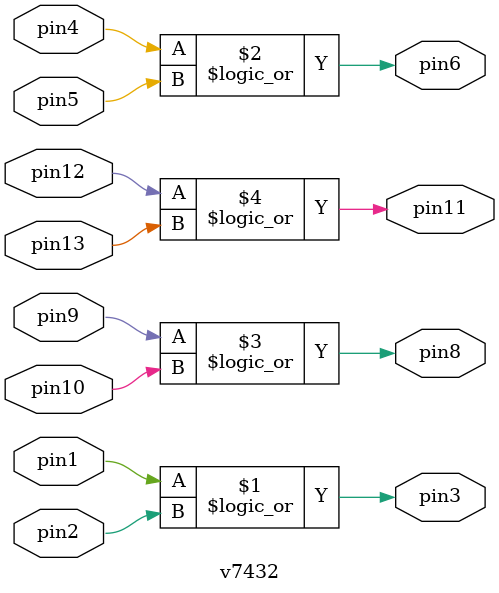
<source format=v>
module part2(SW,LEDR);
	input[9:0]SW;
	output[9:0]LEDR;
	wire x,x1,y,y1,s,s1,f;
	assign x = SW[0];
	assign y = SW[1];
	assign s = SW[9];
	assign LEDR[0] = f;
	v7404 u0(.pin1(s),.pin2(s1));
	v7408 u1(.pin1(x),.pin2(s1),.pin3(x1),.pin4(y),.pin5(s),.pin6(y1));
	v7432 u2(.pin1(x1),.pin2(y1),.pin3(f));
endmodule

module v7404(input pin1, pin3, pin5, pin9, pin11, pin13,
output pin2, pin4, pin6, pin8, pin10, pin12);

	assign pin2 = ~pin1;
	assign pin4 = ~pin3;
	assign pin6 = ~pin5;
	assign pin8 = ~pin9;
	assign pin10 = ~pin11;
	assign pin12 = ~pin13;
	
endmodule

module v7408(input pin1, pin2, pin4, pin5, pin9, pin10, pin12, pin13,
output pin3, pin6, pin8, pin11);

	assign pin3 = pin1 & pin2;
	assign pin6 = pin4 & pin5;
	assign pin8 = pin9 & pin10;
	assign pin11 = pin12 & pin13;

endmodule

module v7432(input pin1, pin2, pin4, pin5, pin9, pin10, pin12, pin13,
output pin3, pin6, pin8, pin11);

	assign pin3 = pin1 || pin2;
	assign pin6 = pin4 || pin5;
	assign pin8 = pin9 || pin10;
	assign pin11 = pin12 || pin13;

endmodule

</source>
